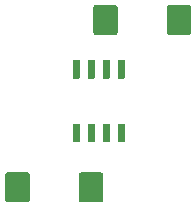
<source format=gbr>
G04 #@! TF.GenerationSoftware,KiCad,Pcbnew,(5.1.2)-2*
G04 #@! TF.CreationDate,2022-11-30T20:04:11+09:00*
G04 #@! TF.ProjectId,MCU_MotherBoard,4d43555f-4d6f-4746-9865-72426f617264,rev?*
G04 #@! TF.SameCoordinates,Original*
G04 #@! TF.FileFunction,Paste,Top*
G04 #@! TF.FilePolarity,Positive*
%FSLAX46Y46*%
G04 Gerber Fmt 4.6, Leading zero omitted, Abs format (unit mm)*
G04 Created by KiCad (PCBNEW (5.1.2)-2) date 2022-11-30 20:04:11*
%MOMM*%
%LPD*%
G04 APERTURE LIST*
%ADD10C,0.100000*%
%ADD11C,2.075000*%
%ADD12C,0.600000*%
G04 APERTURE END LIST*
D10*
G36*
X59802504Y-123694204D02*
G01*
X59826773Y-123697804D01*
X59850571Y-123703765D01*
X59873671Y-123712030D01*
X59895849Y-123722520D01*
X59916893Y-123735133D01*
X59936598Y-123749747D01*
X59954777Y-123766223D01*
X59971253Y-123784402D01*
X59985867Y-123804107D01*
X59998480Y-123825151D01*
X60008970Y-123847329D01*
X60017235Y-123870429D01*
X60023196Y-123894227D01*
X60026796Y-123918496D01*
X60028000Y-123943000D01*
X60028000Y-125993000D01*
X60026796Y-126017504D01*
X60023196Y-126041773D01*
X60017235Y-126065571D01*
X60008970Y-126088671D01*
X59998480Y-126110849D01*
X59985867Y-126131893D01*
X59971253Y-126151598D01*
X59954777Y-126169777D01*
X59936598Y-126186253D01*
X59916893Y-126200867D01*
X59895849Y-126213480D01*
X59873671Y-126223970D01*
X59850571Y-126232235D01*
X59826773Y-126238196D01*
X59802504Y-126241796D01*
X59778000Y-126243000D01*
X58203000Y-126243000D01*
X58178496Y-126241796D01*
X58154227Y-126238196D01*
X58130429Y-126232235D01*
X58107329Y-126223970D01*
X58085151Y-126213480D01*
X58064107Y-126200867D01*
X58044402Y-126186253D01*
X58026223Y-126169777D01*
X58009747Y-126151598D01*
X57995133Y-126131893D01*
X57982520Y-126110849D01*
X57972030Y-126088671D01*
X57963765Y-126065571D01*
X57957804Y-126041773D01*
X57954204Y-126017504D01*
X57953000Y-125993000D01*
X57953000Y-123943000D01*
X57954204Y-123918496D01*
X57957804Y-123894227D01*
X57963765Y-123870429D01*
X57972030Y-123847329D01*
X57982520Y-123825151D01*
X57995133Y-123804107D01*
X58009747Y-123784402D01*
X58026223Y-123766223D01*
X58044402Y-123749747D01*
X58064107Y-123735133D01*
X58085151Y-123722520D01*
X58107329Y-123712030D01*
X58130429Y-123703765D01*
X58154227Y-123697804D01*
X58178496Y-123694204D01*
X58203000Y-123693000D01*
X59778000Y-123693000D01*
X59802504Y-123694204D01*
X59802504Y-123694204D01*
G37*
D11*
X58990500Y-124968000D03*
D10*
G36*
X66027504Y-123694204D02*
G01*
X66051773Y-123697804D01*
X66075571Y-123703765D01*
X66098671Y-123712030D01*
X66120849Y-123722520D01*
X66141893Y-123735133D01*
X66161598Y-123749747D01*
X66179777Y-123766223D01*
X66196253Y-123784402D01*
X66210867Y-123804107D01*
X66223480Y-123825151D01*
X66233970Y-123847329D01*
X66242235Y-123870429D01*
X66248196Y-123894227D01*
X66251796Y-123918496D01*
X66253000Y-123943000D01*
X66253000Y-125993000D01*
X66251796Y-126017504D01*
X66248196Y-126041773D01*
X66242235Y-126065571D01*
X66233970Y-126088671D01*
X66223480Y-126110849D01*
X66210867Y-126131893D01*
X66196253Y-126151598D01*
X66179777Y-126169777D01*
X66161598Y-126186253D01*
X66141893Y-126200867D01*
X66120849Y-126213480D01*
X66098671Y-126223970D01*
X66075571Y-126232235D01*
X66051773Y-126238196D01*
X66027504Y-126241796D01*
X66003000Y-126243000D01*
X64428000Y-126243000D01*
X64403496Y-126241796D01*
X64379227Y-126238196D01*
X64355429Y-126232235D01*
X64332329Y-126223970D01*
X64310151Y-126213480D01*
X64289107Y-126200867D01*
X64269402Y-126186253D01*
X64251223Y-126169777D01*
X64234747Y-126151598D01*
X64220133Y-126131893D01*
X64207520Y-126110849D01*
X64197030Y-126088671D01*
X64188765Y-126065571D01*
X64182804Y-126041773D01*
X64179204Y-126017504D01*
X64178000Y-125993000D01*
X64178000Y-123943000D01*
X64179204Y-123918496D01*
X64182804Y-123894227D01*
X64188765Y-123870429D01*
X64197030Y-123847329D01*
X64207520Y-123825151D01*
X64220133Y-123804107D01*
X64234747Y-123784402D01*
X64251223Y-123766223D01*
X64269402Y-123749747D01*
X64289107Y-123735133D01*
X64310151Y-123722520D01*
X64332329Y-123712030D01*
X64355429Y-123703765D01*
X64379227Y-123697804D01*
X64403496Y-123694204D01*
X64428000Y-123693000D01*
X66003000Y-123693000D01*
X66027504Y-123694204D01*
X66027504Y-123694204D01*
G37*
D11*
X65215500Y-124968000D03*
D10*
G36*
X58585304Y-137867404D02*
G01*
X58609573Y-137871004D01*
X58633371Y-137876965D01*
X58656471Y-137885230D01*
X58678649Y-137895720D01*
X58699693Y-137908333D01*
X58719398Y-137922947D01*
X58737577Y-137939423D01*
X58754053Y-137957602D01*
X58768667Y-137977307D01*
X58781280Y-137998351D01*
X58791770Y-138020529D01*
X58800035Y-138043629D01*
X58805996Y-138067427D01*
X58809596Y-138091696D01*
X58810800Y-138116200D01*
X58810800Y-140166200D01*
X58809596Y-140190704D01*
X58805996Y-140214973D01*
X58800035Y-140238771D01*
X58791770Y-140261871D01*
X58781280Y-140284049D01*
X58768667Y-140305093D01*
X58754053Y-140324798D01*
X58737577Y-140342977D01*
X58719398Y-140359453D01*
X58699693Y-140374067D01*
X58678649Y-140386680D01*
X58656471Y-140397170D01*
X58633371Y-140405435D01*
X58609573Y-140411396D01*
X58585304Y-140414996D01*
X58560800Y-140416200D01*
X56985800Y-140416200D01*
X56961296Y-140414996D01*
X56937027Y-140411396D01*
X56913229Y-140405435D01*
X56890129Y-140397170D01*
X56867951Y-140386680D01*
X56846907Y-140374067D01*
X56827202Y-140359453D01*
X56809023Y-140342977D01*
X56792547Y-140324798D01*
X56777933Y-140305093D01*
X56765320Y-140284049D01*
X56754830Y-140261871D01*
X56746565Y-140238771D01*
X56740604Y-140214973D01*
X56737004Y-140190704D01*
X56735800Y-140166200D01*
X56735800Y-138116200D01*
X56737004Y-138091696D01*
X56740604Y-138067427D01*
X56746565Y-138043629D01*
X56754830Y-138020529D01*
X56765320Y-137998351D01*
X56777933Y-137977307D01*
X56792547Y-137957602D01*
X56809023Y-137939423D01*
X56827202Y-137922947D01*
X56846907Y-137908333D01*
X56867951Y-137895720D01*
X56890129Y-137885230D01*
X56913229Y-137876965D01*
X56937027Y-137871004D01*
X56961296Y-137867404D01*
X56985800Y-137866200D01*
X58560800Y-137866200D01*
X58585304Y-137867404D01*
X58585304Y-137867404D01*
G37*
D11*
X57773300Y-139141200D03*
D10*
G36*
X52360304Y-137867404D02*
G01*
X52384573Y-137871004D01*
X52408371Y-137876965D01*
X52431471Y-137885230D01*
X52453649Y-137895720D01*
X52474693Y-137908333D01*
X52494398Y-137922947D01*
X52512577Y-137939423D01*
X52529053Y-137957602D01*
X52543667Y-137977307D01*
X52556280Y-137998351D01*
X52566770Y-138020529D01*
X52575035Y-138043629D01*
X52580996Y-138067427D01*
X52584596Y-138091696D01*
X52585800Y-138116200D01*
X52585800Y-140166200D01*
X52584596Y-140190704D01*
X52580996Y-140214973D01*
X52575035Y-140238771D01*
X52566770Y-140261871D01*
X52556280Y-140284049D01*
X52543667Y-140305093D01*
X52529053Y-140324798D01*
X52512577Y-140342977D01*
X52494398Y-140359453D01*
X52474693Y-140374067D01*
X52453649Y-140386680D01*
X52431471Y-140397170D01*
X52408371Y-140405435D01*
X52384573Y-140411396D01*
X52360304Y-140414996D01*
X52335800Y-140416200D01*
X50760800Y-140416200D01*
X50736296Y-140414996D01*
X50712027Y-140411396D01*
X50688229Y-140405435D01*
X50665129Y-140397170D01*
X50642951Y-140386680D01*
X50621907Y-140374067D01*
X50602202Y-140359453D01*
X50584023Y-140342977D01*
X50567547Y-140324798D01*
X50552933Y-140305093D01*
X50540320Y-140284049D01*
X50529830Y-140261871D01*
X50521565Y-140238771D01*
X50515604Y-140214973D01*
X50512004Y-140190704D01*
X50510800Y-140166200D01*
X50510800Y-138116200D01*
X50512004Y-138091696D01*
X50515604Y-138067427D01*
X50521565Y-138043629D01*
X50529830Y-138020529D01*
X50540320Y-137998351D01*
X50552933Y-137977307D01*
X50567547Y-137957602D01*
X50584023Y-137939423D01*
X50602202Y-137922947D01*
X50621907Y-137908333D01*
X50642951Y-137895720D01*
X50665129Y-137885230D01*
X50688229Y-137876965D01*
X50712027Y-137871004D01*
X50736296Y-137867404D01*
X50760800Y-137866200D01*
X52335800Y-137866200D01*
X52360304Y-137867404D01*
X52360304Y-137867404D01*
G37*
D11*
X51548300Y-139141200D03*
D10*
G36*
X56770081Y-133776640D02*
G01*
X56774915Y-133777357D01*
X56779656Y-133778544D01*
X56784258Y-133780191D01*
X56788676Y-133782280D01*
X56792867Y-133784793D01*
X56796793Y-133787704D01*
X56800414Y-133790986D01*
X56803696Y-133794607D01*
X56806607Y-133798533D01*
X56809120Y-133802724D01*
X56811209Y-133807142D01*
X56812856Y-133811744D01*
X56814043Y-133816485D01*
X56814760Y-133821319D01*
X56815000Y-133826200D01*
X56815000Y-135276600D01*
X56814760Y-135281481D01*
X56814043Y-135286315D01*
X56812856Y-135291056D01*
X56811209Y-135295658D01*
X56809120Y-135300076D01*
X56806607Y-135304267D01*
X56803696Y-135308193D01*
X56800414Y-135311814D01*
X56796793Y-135315096D01*
X56792867Y-135318007D01*
X56788676Y-135320520D01*
X56784258Y-135322609D01*
X56779656Y-135324256D01*
X56774915Y-135325443D01*
X56770081Y-135326160D01*
X56765200Y-135326400D01*
X56264800Y-135326400D01*
X56259919Y-135326160D01*
X56255085Y-135325443D01*
X56250344Y-135324256D01*
X56245742Y-135322609D01*
X56241324Y-135320520D01*
X56237133Y-135318007D01*
X56233207Y-135315096D01*
X56229586Y-135311814D01*
X56226304Y-135308193D01*
X56223393Y-135304267D01*
X56220880Y-135300076D01*
X56218791Y-135295658D01*
X56217144Y-135291056D01*
X56215957Y-135286315D01*
X56215240Y-135281481D01*
X56215000Y-135276600D01*
X56215000Y-133826200D01*
X56215240Y-133821319D01*
X56215957Y-133816485D01*
X56217144Y-133811744D01*
X56218791Y-133807142D01*
X56220880Y-133802724D01*
X56223393Y-133798533D01*
X56226304Y-133794607D01*
X56229586Y-133790986D01*
X56233207Y-133787704D01*
X56237133Y-133784793D01*
X56241324Y-133782280D01*
X56245742Y-133780191D01*
X56250344Y-133778544D01*
X56255085Y-133777357D01*
X56259919Y-133776640D01*
X56264800Y-133776400D01*
X56765200Y-133776400D01*
X56770081Y-133776640D01*
X56770081Y-133776640D01*
G37*
D12*
X56515000Y-134551400D03*
D10*
G36*
X58040081Y-133776640D02*
G01*
X58044915Y-133777357D01*
X58049656Y-133778544D01*
X58054258Y-133780191D01*
X58058676Y-133782280D01*
X58062867Y-133784793D01*
X58066793Y-133787704D01*
X58070414Y-133790986D01*
X58073696Y-133794607D01*
X58076607Y-133798533D01*
X58079120Y-133802724D01*
X58081209Y-133807142D01*
X58082856Y-133811744D01*
X58084043Y-133816485D01*
X58084760Y-133821319D01*
X58085000Y-133826200D01*
X58085000Y-135276600D01*
X58084760Y-135281481D01*
X58084043Y-135286315D01*
X58082856Y-135291056D01*
X58081209Y-135295658D01*
X58079120Y-135300076D01*
X58076607Y-135304267D01*
X58073696Y-135308193D01*
X58070414Y-135311814D01*
X58066793Y-135315096D01*
X58062867Y-135318007D01*
X58058676Y-135320520D01*
X58054258Y-135322609D01*
X58049656Y-135324256D01*
X58044915Y-135325443D01*
X58040081Y-135326160D01*
X58035200Y-135326400D01*
X57534800Y-135326400D01*
X57529919Y-135326160D01*
X57525085Y-135325443D01*
X57520344Y-135324256D01*
X57515742Y-135322609D01*
X57511324Y-135320520D01*
X57507133Y-135318007D01*
X57503207Y-135315096D01*
X57499586Y-135311814D01*
X57496304Y-135308193D01*
X57493393Y-135304267D01*
X57490880Y-135300076D01*
X57488791Y-135295658D01*
X57487144Y-135291056D01*
X57485957Y-135286315D01*
X57485240Y-135281481D01*
X57485000Y-135276600D01*
X57485000Y-133826200D01*
X57485240Y-133821319D01*
X57485957Y-133816485D01*
X57487144Y-133811744D01*
X57488791Y-133807142D01*
X57490880Y-133802724D01*
X57493393Y-133798533D01*
X57496304Y-133794607D01*
X57499586Y-133790986D01*
X57503207Y-133787704D01*
X57507133Y-133784793D01*
X57511324Y-133782280D01*
X57515742Y-133780191D01*
X57520344Y-133778544D01*
X57525085Y-133777357D01*
X57529919Y-133776640D01*
X57534800Y-133776400D01*
X58035200Y-133776400D01*
X58040081Y-133776640D01*
X58040081Y-133776640D01*
G37*
D12*
X57785000Y-134551400D03*
D10*
G36*
X59310081Y-133776640D02*
G01*
X59314915Y-133777357D01*
X59319656Y-133778544D01*
X59324258Y-133780191D01*
X59328676Y-133782280D01*
X59332867Y-133784793D01*
X59336793Y-133787704D01*
X59340414Y-133790986D01*
X59343696Y-133794607D01*
X59346607Y-133798533D01*
X59349120Y-133802724D01*
X59351209Y-133807142D01*
X59352856Y-133811744D01*
X59354043Y-133816485D01*
X59354760Y-133821319D01*
X59355000Y-133826200D01*
X59355000Y-135276600D01*
X59354760Y-135281481D01*
X59354043Y-135286315D01*
X59352856Y-135291056D01*
X59351209Y-135295658D01*
X59349120Y-135300076D01*
X59346607Y-135304267D01*
X59343696Y-135308193D01*
X59340414Y-135311814D01*
X59336793Y-135315096D01*
X59332867Y-135318007D01*
X59328676Y-135320520D01*
X59324258Y-135322609D01*
X59319656Y-135324256D01*
X59314915Y-135325443D01*
X59310081Y-135326160D01*
X59305200Y-135326400D01*
X58804800Y-135326400D01*
X58799919Y-135326160D01*
X58795085Y-135325443D01*
X58790344Y-135324256D01*
X58785742Y-135322609D01*
X58781324Y-135320520D01*
X58777133Y-135318007D01*
X58773207Y-135315096D01*
X58769586Y-135311814D01*
X58766304Y-135308193D01*
X58763393Y-135304267D01*
X58760880Y-135300076D01*
X58758791Y-135295658D01*
X58757144Y-135291056D01*
X58755957Y-135286315D01*
X58755240Y-135281481D01*
X58755000Y-135276600D01*
X58755000Y-133826200D01*
X58755240Y-133821319D01*
X58755957Y-133816485D01*
X58757144Y-133811744D01*
X58758791Y-133807142D01*
X58760880Y-133802724D01*
X58763393Y-133798533D01*
X58766304Y-133794607D01*
X58769586Y-133790986D01*
X58773207Y-133787704D01*
X58777133Y-133784793D01*
X58781324Y-133782280D01*
X58785742Y-133780191D01*
X58790344Y-133778544D01*
X58795085Y-133777357D01*
X58799919Y-133776640D01*
X58804800Y-133776400D01*
X59305200Y-133776400D01*
X59310081Y-133776640D01*
X59310081Y-133776640D01*
G37*
D12*
X59055000Y-134551400D03*
D10*
G36*
X60580081Y-133776640D02*
G01*
X60584915Y-133777357D01*
X60589656Y-133778544D01*
X60594258Y-133780191D01*
X60598676Y-133782280D01*
X60602867Y-133784793D01*
X60606793Y-133787704D01*
X60610414Y-133790986D01*
X60613696Y-133794607D01*
X60616607Y-133798533D01*
X60619120Y-133802724D01*
X60621209Y-133807142D01*
X60622856Y-133811744D01*
X60624043Y-133816485D01*
X60624760Y-133821319D01*
X60625000Y-133826200D01*
X60625000Y-135276600D01*
X60624760Y-135281481D01*
X60624043Y-135286315D01*
X60622856Y-135291056D01*
X60621209Y-135295658D01*
X60619120Y-135300076D01*
X60616607Y-135304267D01*
X60613696Y-135308193D01*
X60610414Y-135311814D01*
X60606793Y-135315096D01*
X60602867Y-135318007D01*
X60598676Y-135320520D01*
X60594258Y-135322609D01*
X60589656Y-135324256D01*
X60584915Y-135325443D01*
X60580081Y-135326160D01*
X60575200Y-135326400D01*
X60074800Y-135326400D01*
X60069919Y-135326160D01*
X60065085Y-135325443D01*
X60060344Y-135324256D01*
X60055742Y-135322609D01*
X60051324Y-135320520D01*
X60047133Y-135318007D01*
X60043207Y-135315096D01*
X60039586Y-135311814D01*
X60036304Y-135308193D01*
X60033393Y-135304267D01*
X60030880Y-135300076D01*
X60028791Y-135295658D01*
X60027144Y-135291056D01*
X60025957Y-135286315D01*
X60025240Y-135281481D01*
X60025000Y-135276600D01*
X60025000Y-133826200D01*
X60025240Y-133821319D01*
X60025957Y-133816485D01*
X60027144Y-133811744D01*
X60028791Y-133807142D01*
X60030880Y-133802724D01*
X60033393Y-133798533D01*
X60036304Y-133794607D01*
X60039586Y-133790986D01*
X60043207Y-133787704D01*
X60047133Y-133784793D01*
X60051324Y-133782280D01*
X60055742Y-133780191D01*
X60060344Y-133778544D01*
X60065085Y-133777357D01*
X60069919Y-133776640D01*
X60074800Y-133776400D01*
X60575200Y-133776400D01*
X60580081Y-133776640D01*
X60580081Y-133776640D01*
G37*
D12*
X60325000Y-134551400D03*
D10*
G36*
X56770081Y-128376640D02*
G01*
X56774915Y-128377357D01*
X56779656Y-128378544D01*
X56784258Y-128380191D01*
X56788676Y-128382280D01*
X56792867Y-128384793D01*
X56796793Y-128387704D01*
X56800414Y-128390986D01*
X56803696Y-128394607D01*
X56806607Y-128398533D01*
X56809120Y-128402724D01*
X56811209Y-128407142D01*
X56812856Y-128411744D01*
X56814043Y-128416485D01*
X56814760Y-128421319D01*
X56815000Y-128426200D01*
X56815000Y-129876600D01*
X56814760Y-129881481D01*
X56814043Y-129886315D01*
X56812856Y-129891056D01*
X56811209Y-129895658D01*
X56809120Y-129900076D01*
X56806607Y-129904267D01*
X56803696Y-129908193D01*
X56800414Y-129911814D01*
X56796793Y-129915096D01*
X56792867Y-129918007D01*
X56788676Y-129920520D01*
X56784258Y-129922609D01*
X56779656Y-129924256D01*
X56774915Y-129925443D01*
X56770081Y-129926160D01*
X56765200Y-129926400D01*
X56264800Y-129926400D01*
X56259919Y-129926160D01*
X56255085Y-129925443D01*
X56250344Y-129924256D01*
X56245742Y-129922609D01*
X56241324Y-129920520D01*
X56237133Y-129918007D01*
X56233207Y-129915096D01*
X56229586Y-129911814D01*
X56226304Y-129908193D01*
X56223393Y-129904267D01*
X56220880Y-129900076D01*
X56218791Y-129895658D01*
X56217144Y-129891056D01*
X56215957Y-129886315D01*
X56215240Y-129881481D01*
X56215000Y-129876600D01*
X56215000Y-128426200D01*
X56215240Y-128421319D01*
X56215957Y-128416485D01*
X56217144Y-128411744D01*
X56218791Y-128407142D01*
X56220880Y-128402724D01*
X56223393Y-128398533D01*
X56226304Y-128394607D01*
X56229586Y-128390986D01*
X56233207Y-128387704D01*
X56237133Y-128384793D01*
X56241324Y-128382280D01*
X56245742Y-128380191D01*
X56250344Y-128378544D01*
X56255085Y-128377357D01*
X56259919Y-128376640D01*
X56264800Y-128376400D01*
X56765200Y-128376400D01*
X56770081Y-128376640D01*
X56770081Y-128376640D01*
G37*
D12*
X56515000Y-129151400D03*
D10*
G36*
X58040081Y-128376640D02*
G01*
X58044915Y-128377357D01*
X58049656Y-128378544D01*
X58054258Y-128380191D01*
X58058676Y-128382280D01*
X58062867Y-128384793D01*
X58066793Y-128387704D01*
X58070414Y-128390986D01*
X58073696Y-128394607D01*
X58076607Y-128398533D01*
X58079120Y-128402724D01*
X58081209Y-128407142D01*
X58082856Y-128411744D01*
X58084043Y-128416485D01*
X58084760Y-128421319D01*
X58085000Y-128426200D01*
X58085000Y-129876600D01*
X58084760Y-129881481D01*
X58084043Y-129886315D01*
X58082856Y-129891056D01*
X58081209Y-129895658D01*
X58079120Y-129900076D01*
X58076607Y-129904267D01*
X58073696Y-129908193D01*
X58070414Y-129911814D01*
X58066793Y-129915096D01*
X58062867Y-129918007D01*
X58058676Y-129920520D01*
X58054258Y-129922609D01*
X58049656Y-129924256D01*
X58044915Y-129925443D01*
X58040081Y-129926160D01*
X58035200Y-129926400D01*
X57534800Y-129926400D01*
X57529919Y-129926160D01*
X57525085Y-129925443D01*
X57520344Y-129924256D01*
X57515742Y-129922609D01*
X57511324Y-129920520D01*
X57507133Y-129918007D01*
X57503207Y-129915096D01*
X57499586Y-129911814D01*
X57496304Y-129908193D01*
X57493393Y-129904267D01*
X57490880Y-129900076D01*
X57488791Y-129895658D01*
X57487144Y-129891056D01*
X57485957Y-129886315D01*
X57485240Y-129881481D01*
X57485000Y-129876600D01*
X57485000Y-128426200D01*
X57485240Y-128421319D01*
X57485957Y-128416485D01*
X57487144Y-128411744D01*
X57488791Y-128407142D01*
X57490880Y-128402724D01*
X57493393Y-128398533D01*
X57496304Y-128394607D01*
X57499586Y-128390986D01*
X57503207Y-128387704D01*
X57507133Y-128384793D01*
X57511324Y-128382280D01*
X57515742Y-128380191D01*
X57520344Y-128378544D01*
X57525085Y-128377357D01*
X57529919Y-128376640D01*
X57534800Y-128376400D01*
X58035200Y-128376400D01*
X58040081Y-128376640D01*
X58040081Y-128376640D01*
G37*
D12*
X57785000Y-129151400D03*
D10*
G36*
X59310081Y-128376640D02*
G01*
X59314915Y-128377357D01*
X59319656Y-128378544D01*
X59324258Y-128380191D01*
X59328676Y-128382280D01*
X59332867Y-128384793D01*
X59336793Y-128387704D01*
X59340414Y-128390986D01*
X59343696Y-128394607D01*
X59346607Y-128398533D01*
X59349120Y-128402724D01*
X59351209Y-128407142D01*
X59352856Y-128411744D01*
X59354043Y-128416485D01*
X59354760Y-128421319D01*
X59355000Y-128426200D01*
X59355000Y-129876600D01*
X59354760Y-129881481D01*
X59354043Y-129886315D01*
X59352856Y-129891056D01*
X59351209Y-129895658D01*
X59349120Y-129900076D01*
X59346607Y-129904267D01*
X59343696Y-129908193D01*
X59340414Y-129911814D01*
X59336793Y-129915096D01*
X59332867Y-129918007D01*
X59328676Y-129920520D01*
X59324258Y-129922609D01*
X59319656Y-129924256D01*
X59314915Y-129925443D01*
X59310081Y-129926160D01*
X59305200Y-129926400D01*
X58804800Y-129926400D01*
X58799919Y-129926160D01*
X58795085Y-129925443D01*
X58790344Y-129924256D01*
X58785742Y-129922609D01*
X58781324Y-129920520D01*
X58777133Y-129918007D01*
X58773207Y-129915096D01*
X58769586Y-129911814D01*
X58766304Y-129908193D01*
X58763393Y-129904267D01*
X58760880Y-129900076D01*
X58758791Y-129895658D01*
X58757144Y-129891056D01*
X58755957Y-129886315D01*
X58755240Y-129881481D01*
X58755000Y-129876600D01*
X58755000Y-128426200D01*
X58755240Y-128421319D01*
X58755957Y-128416485D01*
X58757144Y-128411744D01*
X58758791Y-128407142D01*
X58760880Y-128402724D01*
X58763393Y-128398533D01*
X58766304Y-128394607D01*
X58769586Y-128390986D01*
X58773207Y-128387704D01*
X58777133Y-128384793D01*
X58781324Y-128382280D01*
X58785742Y-128380191D01*
X58790344Y-128378544D01*
X58795085Y-128377357D01*
X58799919Y-128376640D01*
X58804800Y-128376400D01*
X59305200Y-128376400D01*
X59310081Y-128376640D01*
X59310081Y-128376640D01*
G37*
D12*
X59055000Y-129151400D03*
D10*
G36*
X60580081Y-128376640D02*
G01*
X60584915Y-128377357D01*
X60589656Y-128378544D01*
X60594258Y-128380191D01*
X60598676Y-128382280D01*
X60602867Y-128384793D01*
X60606793Y-128387704D01*
X60610414Y-128390986D01*
X60613696Y-128394607D01*
X60616607Y-128398533D01*
X60619120Y-128402724D01*
X60621209Y-128407142D01*
X60622856Y-128411744D01*
X60624043Y-128416485D01*
X60624760Y-128421319D01*
X60625000Y-128426200D01*
X60625000Y-129876600D01*
X60624760Y-129881481D01*
X60624043Y-129886315D01*
X60622856Y-129891056D01*
X60621209Y-129895658D01*
X60619120Y-129900076D01*
X60616607Y-129904267D01*
X60613696Y-129908193D01*
X60610414Y-129911814D01*
X60606793Y-129915096D01*
X60602867Y-129918007D01*
X60598676Y-129920520D01*
X60594258Y-129922609D01*
X60589656Y-129924256D01*
X60584915Y-129925443D01*
X60580081Y-129926160D01*
X60575200Y-129926400D01*
X60074800Y-129926400D01*
X60069919Y-129926160D01*
X60065085Y-129925443D01*
X60060344Y-129924256D01*
X60055742Y-129922609D01*
X60051324Y-129920520D01*
X60047133Y-129918007D01*
X60043207Y-129915096D01*
X60039586Y-129911814D01*
X60036304Y-129908193D01*
X60033393Y-129904267D01*
X60030880Y-129900076D01*
X60028791Y-129895658D01*
X60027144Y-129891056D01*
X60025957Y-129886315D01*
X60025240Y-129881481D01*
X60025000Y-129876600D01*
X60025000Y-128426200D01*
X60025240Y-128421319D01*
X60025957Y-128416485D01*
X60027144Y-128411744D01*
X60028791Y-128407142D01*
X60030880Y-128402724D01*
X60033393Y-128398533D01*
X60036304Y-128394607D01*
X60039586Y-128390986D01*
X60043207Y-128387704D01*
X60047133Y-128384793D01*
X60051324Y-128382280D01*
X60055742Y-128380191D01*
X60060344Y-128378544D01*
X60065085Y-128377357D01*
X60069919Y-128376640D01*
X60074800Y-128376400D01*
X60575200Y-128376400D01*
X60580081Y-128376640D01*
X60580081Y-128376640D01*
G37*
D12*
X60325000Y-129151400D03*
M02*

</source>
